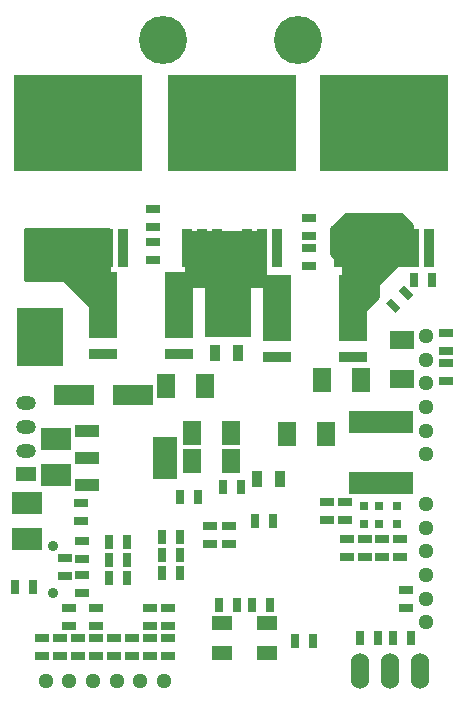
<source format=gbs>
%FSLAX46Y46*%
G04 Gerber Fmt 4.6, Leading zero omitted, Abs format (unit mm)*
G04 Created by KiCad (PCBNEW (2014-08-31 BZR 5107)-product) date tis  2 sep 2014 11:45:10*
%MOMM*%
G01*
G04 APERTURE LIST*
%ADD10C,0.150000*%
%ADD11R,1.699260X1.198880*%
%ADD12O,1.699260X1.198880*%
%ADD13O,1.524000X3.048000*%
%ADD14R,2.032000X3.657600*%
%ADD15R,2.032000X1.016000*%
%ADD16C,4.064000*%
%ADD17R,1.524000X2.032000*%
%ADD18R,2.032000X1.524000*%
%ADD19R,0.889000X1.397000*%
%ADD20R,1.143000X0.635000*%
%ADD21R,0.635000X1.143000*%
%ADD22R,2.499360X1.950720*%
%ADD23R,5.499100X1.849120*%
%ADD24R,0.797560X0.797560*%
%ADD25R,3.500120X1.800860*%
%ADD26C,1.300480*%
%ADD27R,4.000000X5.000000*%
%ADD28R,10.800080X8.150860*%
%ADD29R,0.899160X3.200400*%
%ADD30R,2.438400X5.588000*%
%ADD31R,2.438400X0.889000*%
%ADD32R,1.800860X1.198880*%
%ADD33C,0.900000*%
%ADD34C,0.254000*%
G04 APERTURE END LIST*
D10*
D11*
X80450000Y-119728280D03*
D12*
X80450000Y-115725240D03*
X80450000Y-117726760D03*
X80450000Y-113726260D03*
D13*
X108712000Y-136398000D03*
X111252000Y-136398000D03*
X113792000Y-136398000D03*
D14*
X92202000Y-118364000D03*
D15*
X85598000Y-118364000D03*
X85598000Y-116078000D03*
X85598000Y-120650000D03*
D16*
X92000000Y-83000000D03*
X103500000Y-83000000D03*
D17*
X105537000Y-111760000D03*
X108839000Y-111760000D03*
D18*
X112268000Y-111633000D03*
X112268000Y-108331000D03*
D17*
X102549000Y-116300000D03*
X105851000Y-116300000D03*
D19*
X98361500Y-109474000D03*
X96456500Y-109474000D03*
D20*
X83700000Y-126838000D03*
X83700000Y-128362000D03*
D21*
X113030000Y-133604000D03*
X111506000Y-133604000D03*
D20*
X81788000Y-133604000D03*
X81788000Y-135128000D03*
X92456000Y-132588000D03*
X92456000Y-131064000D03*
X90900000Y-132562000D03*
X90900000Y-131038000D03*
X86350000Y-132562000D03*
X86350000Y-131038000D03*
X96012000Y-124079000D03*
X96012000Y-125603000D03*
D21*
X96774000Y-130810000D03*
X98298000Y-130810000D03*
D20*
X107600000Y-126762000D03*
X107600000Y-125238000D03*
X97663000Y-125603000D03*
X97663000Y-124079000D03*
D19*
X100012500Y-120142000D03*
X101917500Y-120142000D03*
D20*
X105918000Y-123571000D03*
X105918000Y-122047000D03*
X85090000Y-123698000D03*
X85090000Y-122174000D03*
D22*
X80550000Y-125174000D03*
X80550000Y-122126000D03*
D21*
X103251000Y-133858000D03*
X104775000Y-133858000D03*
D20*
X112649000Y-129540000D03*
X112649000Y-131064000D03*
D22*
X83000000Y-116776000D03*
X83000000Y-119824000D03*
D21*
X101092000Y-130810000D03*
X99568000Y-130810000D03*
D17*
X92329000Y-112268000D03*
X95631000Y-112268000D03*
X94488000Y-116205000D03*
X97790000Y-116205000D03*
X94488000Y-118618000D03*
X97790000Y-118618000D03*
D23*
X110490000Y-120431560D03*
X110490000Y-115280440D03*
D20*
X107442000Y-123571000D03*
X107442000Y-122047000D03*
D24*
X111887000Y-123939300D03*
X111887000Y-122440700D03*
X110363000Y-123939300D03*
X110363000Y-122440700D03*
X109050000Y-123949300D03*
X109050000Y-122450700D03*
D25*
X84495640Y-113030000D03*
X89494360Y-113030000D03*
D26*
X86099240Y-137200000D03*
X88100760Y-137200000D03*
X90099740Y-137200000D03*
X92101260Y-137200000D03*
X84100260Y-137200000D03*
X82098740Y-137200000D03*
X114300000Y-126253240D03*
X114300000Y-128254760D03*
X114300000Y-130253740D03*
X114300000Y-132255260D03*
X114300000Y-124254260D03*
X114300000Y-122252740D03*
X114300000Y-112029240D03*
X114300000Y-114030760D03*
X114300000Y-116029740D03*
X114300000Y-118031260D03*
X114300000Y-110030260D03*
X114300000Y-108028740D03*
D27*
X81661000Y-108077000D03*
X97536000Y-105664000D03*
D28*
X110744000Y-89984580D03*
D29*
X114554000Y-100586540D03*
X113284000Y-100586540D03*
X112014000Y-100586540D03*
X109474000Y-100586540D03*
X108204000Y-100586540D03*
X106934000Y-100586540D03*
D28*
X97917000Y-89984580D03*
D29*
X101727000Y-100586540D03*
X100457000Y-100586540D03*
X99187000Y-100586540D03*
X96647000Y-100586540D03*
X95377000Y-100586540D03*
X94107000Y-100586540D03*
D28*
X84836000Y-89984580D03*
D29*
X88646000Y-100586540D03*
X87376000Y-100586540D03*
X86106000Y-100586540D03*
X83566000Y-100586540D03*
X82296000Y-100586540D03*
X81026000Y-100586540D03*
D20*
X85200000Y-125338000D03*
X85200000Y-126862000D03*
X85200000Y-129762000D03*
X85200000Y-128238000D03*
D21*
X110236000Y-133604000D03*
X108712000Y-133604000D03*
X81012000Y-129300000D03*
X79488000Y-129300000D03*
D20*
X83312000Y-135128000D03*
X83312000Y-133604000D03*
X86360000Y-135128000D03*
X86360000Y-133604000D03*
X89408000Y-135128000D03*
X89408000Y-133604000D03*
X92456000Y-135128000D03*
X92456000Y-133604000D03*
X90932000Y-135128000D03*
X90932000Y-133604000D03*
X87884000Y-135128000D03*
X87884000Y-133604000D03*
X84836000Y-135128000D03*
X84836000Y-133604000D03*
D21*
X101346000Y-123698000D03*
X99822000Y-123698000D03*
X98679000Y-120777000D03*
X97155000Y-120777000D03*
X93472000Y-121666000D03*
X94996000Y-121666000D03*
D20*
X109100000Y-125238000D03*
X109100000Y-126762000D03*
D21*
X87503000Y-128524000D03*
X89027000Y-128524000D03*
X93462000Y-128050000D03*
X91938000Y-128050000D03*
X87503000Y-127000000D03*
X89027000Y-127000000D03*
X93462000Y-126550000D03*
X91938000Y-126550000D03*
X114808000Y-103251000D03*
X113284000Y-103251000D03*
D10*
G36*
X111690790Y-106067433D02*
X110882567Y-105259210D01*
X111331580Y-104810197D01*
X112139803Y-105618420D01*
X111690790Y-106067433D01*
X111690790Y-106067433D01*
G37*
G36*
X112768420Y-104989803D02*
X111960197Y-104181580D01*
X112409210Y-103732567D01*
X113217433Y-104540790D01*
X112768420Y-104989803D01*
X112768420Y-104989803D01*
G37*
D21*
X87488000Y-125450000D03*
X89012000Y-125450000D03*
X93462000Y-125050000D03*
X91938000Y-125050000D03*
D20*
X104394000Y-100584000D03*
X104394000Y-102108000D03*
X104394000Y-98044000D03*
X104394000Y-99568000D03*
X112100000Y-125238000D03*
X112100000Y-126762000D03*
X110600000Y-125238000D03*
X110600000Y-126762000D03*
X91186000Y-100076000D03*
X91186000Y-101600000D03*
X91186000Y-97282000D03*
X91186000Y-98806000D03*
D30*
X101663500Y-105664000D03*
X108140500Y-105664000D03*
D31*
X101663500Y-109791500D03*
X108140500Y-109791500D03*
D30*
X86931500Y-105410000D03*
X93408500Y-105410000D03*
D31*
X86931500Y-109537500D03*
X93408500Y-109537500D03*
D32*
X97033080Y-134853680D03*
X97033080Y-132354320D03*
X100832920Y-132354320D03*
X100832920Y-134853680D03*
D33*
X82700000Y-125800000D03*
X82700000Y-129800000D03*
D20*
X116000000Y-110338000D03*
X116000000Y-111862000D03*
X116000000Y-109262000D03*
X116000000Y-107738000D03*
X84050000Y-132562000D03*
X84050000Y-131038000D03*
D34*
G36*
X100711000Y-103759000D02*
X93980000Y-103759000D01*
X93980000Y-99187000D01*
X100711000Y-99187000D01*
X100711000Y-103759000D01*
X100711000Y-103759000D01*
G37*
X100711000Y-103759000D02*
X93980000Y-103759000D01*
X93980000Y-99187000D01*
X100711000Y-99187000D01*
X100711000Y-103759000D01*
G36*
X87503000Y-105537000D02*
X85904605Y-105537000D01*
X83618605Y-103251000D01*
X80391000Y-103251000D01*
X80391000Y-98933000D01*
X87503000Y-98933000D01*
X87503000Y-105537000D01*
X87503000Y-105537000D01*
G37*
X87503000Y-105537000D02*
X85904605Y-105537000D01*
X83618605Y-103251000D01*
X80391000Y-103251000D01*
X80391000Y-98933000D01*
X87503000Y-98933000D01*
X87503000Y-105537000D01*
G36*
X113157000Y-101981000D02*
X111834395Y-101981000D01*
X110236000Y-103579395D01*
X110236000Y-104722395D01*
X109167395Y-105791000D01*
X107315000Y-105791000D01*
X107315000Y-102055395D01*
X106299000Y-101039395D01*
X106299000Y-98858605D01*
X107494605Y-97663000D01*
X112215395Y-97663000D01*
X113157000Y-98604605D01*
X113157000Y-101981000D01*
X113157000Y-101981000D01*
G37*
X113157000Y-101981000D02*
X111834395Y-101981000D01*
X110236000Y-103579395D01*
X110236000Y-104722395D01*
X109167395Y-105791000D01*
X107315000Y-105791000D01*
X107315000Y-102055395D01*
X106299000Y-101039395D01*
X106299000Y-98858605D01*
X107494605Y-97663000D01*
X112215395Y-97663000D01*
X113157000Y-98604605D01*
X113157000Y-101981000D01*
M02*

</source>
